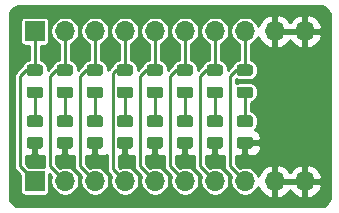
<source format=gbr>
G04 #@! TF.GenerationSoftware,KiCad,Pcbnew,(5.1.9-0-10_14)*
G04 #@! TF.CreationDate,2021-04-08T15:49:56-05:00*
G04 #@! TF.ProjectId,LED Helper,4c454420-4865-46c7-9065-722e6b696361,1*
G04 #@! TF.SameCoordinates,Original*
G04 #@! TF.FileFunction,Copper,L1,Top*
G04 #@! TF.FilePolarity,Positive*
%FSLAX46Y46*%
G04 Gerber Fmt 4.6, Leading zero omitted, Abs format (unit mm)*
G04 Created by KiCad (PCBNEW (5.1.9-0-10_14)) date 2021-04-08 15:49:56*
%MOMM*%
%LPD*%
G01*
G04 APERTURE LIST*
G04 #@! TA.AperFunction,ComponentPad*
%ADD10R,1.700000X1.700000*%
G04 #@! TD*
G04 #@! TA.AperFunction,ComponentPad*
%ADD11O,1.700000X1.700000*%
G04 #@! TD*
G04 #@! TA.AperFunction,ViaPad*
%ADD12C,0.800000*%
G04 #@! TD*
G04 #@! TA.AperFunction,Conductor*
%ADD13C,0.250000*%
G04 #@! TD*
G04 #@! TA.AperFunction,Conductor*
%ADD14C,0.254000*%
G04 #@! TD*
G04 #@! TA.AperFunction,Conductor*
%ADD15C,0.100000*%
G04 #@! TD*
G04 APERTURE END LIST*
G04 #@! TA.AperFunction,SMDPad,CuDef*
G36*
G01*
X124916250Y-84404500D02*
X124003750Y-84404500D01*
G75*
G02*
X123760000Y-84160750I0J243750D01*
G01*
X123760000Y-83673250D01*
G75*
G02*
X124003750Y-83429500I243750J0D01*
G01*
X124916250Y-83429500D01*
G75*
G02*
X125160000Y-83673250I0J-243750D01*
G01*
X125160000Y-84160750D01*
G75*
G02*
X124916250Y-84404500I-243750J0D01*
G01*
G37*
G04 #@! TD.AperFunction*
G04 #@! TA.AperFunction,SMDPad,CuDef*
G36*
G01*
X124916250Y-82529500D02*
X124003750Y-82529500D01*
G75*
G02*
X123760000Y-82285750I0J243750D01*
G01*
X123760000Y-81798250D01*
G75*
G02*
X124003750Y-81554500I243750J0D01*
G01*
X124916250Y-81554500D01*
G75*
G02*
X125160000Y-81798250I0J-243750D01*
G01*
X125160000Y-82285750D01*
G75*
G02*
X124916250Y-82529500I-243750J0D01*
G01*
G37*
G04 #@! TD.AperFunction*
G04 #@! TA.AperFunction,SMDPad,CuDef*
G36*
G01*
X127456250Y-82529500D02*
X126543750Y-82529500D01*
G75*
G02*
X126300000Y-82285750I0J243750D01*
G01*
X126300000Y-81798250D01*
G75*
G02*
X126543750Y-81554500I243750J0D01*
G01*
X127456250Y-81554500D01*
G75*
G02*
X127700000Y-81798250I0J-243750D01*
G01*
X127700000Y-82285750D01*
G75*
G02*
X127456250Y-82529500I-243750J0D01*
G01*
G37*
G04 #@! TD.AperFunction*
G04 #@! TA.AperFunction,SMDPad,CuDef*
G36*
G01*
X127456250Y-84404500D02*
X126543750Y-84404500D01*
G75*
G02*
X126300000Y-84160750I0J243750D01*
G01*
X126300000Y-83673250D01*
G75*
G02*
X126543750Y-83429500I243750J0D01*
G01*
X127456250Y-83429500D01*
G75*
G02*
X127700000Y-83673250I0J-243750D01*
G01*
X127700000Y-84160750D01*
G75*
G02*
X127456250Y-84404500I-243750J0D01*
G01*
G37*
G04 #@! TD.AperFunction*
G04 #@! TA.AperFunction,SMDPad,CuDef*
G36*
G01*
X129996250Y-84404500D02*
X129083750Y-84404500D01*
G75*
G02*
X128840000Y-84160750I0J243750D01*
G01*
X128840000Y-83673250D01*
G75*
G02*
X129083750Y-83429500I243750J0D01*
G01*
X129996250Y-83429500D01*
G75*
G02*
X130240000Y-83673250I0J-243750D01*
G01*
X130240000Y-84160750D01*
G75*
G02*
X129996250Y-84404500I-243750J0D01*
G01*
G37*
G04 #@! TD.AperFunction*
G04 #@! TA.AperFunction,SMDPad,CuDef*
G36*
G01*
X129996250Y-82529500D02*
X129083750Y-82529500D01*
G75*
G02*
X128840000Y-82285750I0J243750D01*
G01*
X128840000Y-81798250D01*
G75*
G02*
X129083750Y-81554500I243750J0D01*
G01*
X129996250Y-81554500D01*
G75*
G02*
X130240000Y-81798250I0J-243750D01*
G01*
X130240000Y-82285750D01*
G75*
G02*
X129996250Y-82529500I-243750J0D01*
G01*
G37*
G04 #@! TD.AperFunction*
G04 #@! TA.AperFunction,SMDPad,CuDef*
G36*
G01*
X132536250Y-82529500D02*
X131623750Y-82529500D01*
G75*
G02*
X131380000Y-82285750I0J243750D01*
G01*
X131380000Y-81798250D01*
G75*
G02*
X131623750Y-81554500I243750J0D01*
G01*
X132536250Y-81554500D01*
G75*
G02*
X132780000Y-81798250I0J-243750D01*
G01*
X132780000Y-82285750D01*
G75*
G02*
X132536250Y-82529500I-243750J0D01*
G01*
G37*
G04 #@! TD.AperFunction*
G04 #@! TA.AperFunction,SMDPad,CuDef*
G36*
G01*
X132536250Y-84404500D02*
X131623750Y-84404500D01*
G75*
G02*
X131380000Y-84160750I0J243750D01*
G01*
X131380000Y-83673250D01*
G75*
G02*
X131623750Y-83429500I243750J0D01*
G01*
X132536250Y-83429500D01*
G75*
G02*
X132780000Y-83673250I0J-243750D01*
G01*
X132780000Y-84160750D01*
G75*
G02*
X132536250Y-84404500I-243750J0D01*
G01*
G37*
G04 #@! TD.AperFunction*
G04 #@! TA.AperFunction,SMDPad,CuDef*
G36*
G01*
X135076250Y-84404500D02*
X134163750Y-84404500D01*
G75*
G02*
X133920000Y-84160750I0J243750D01*
G01*
X133920000Y-83673250D01*
G75*
G02*
X134163750Y-83429500I243750J0D01*
G01*
X135076250Y-83429500D01*
G75*
G02*
X135320000Y-83673250I0J-243750D01*
G01*
X135320000Y-84160750D01*
G75*
G02*
X135076250Y-84404500I-243750J0D01*
G01*
G37*
G04 #@! TD.AperFunction*
G04 #@! TA.AperFunction,SMDPad,CuDef*
G36*
G01*
X135076250Y-82529500D02*
X134163750Y-82529500D01*
G75*
G02*
X133920000Y-82285750I0J243750D01*
G01*
X133920000Y-81798250D01*
G75*
G02*
X134163750Y-81554500I243750J0D01*
G01*
X135076250Y-81554500D01*
G75*
G02*
X135320000Y-81798250I0J-243750D01*
G01*
X135320000Y-82285750D01*
G75*
G02*
X135076250Y-82529500I-243750J0D01*
G01*
G37*
G04 #@! TD.AperFunction*
G04 #@! TA.AperFunction,SMDPad,CuDef*
G36*
G01*
X137616250Y-82529500D02*
X136703750Y-82529500D01*
G75*
G02*
X136460000Y-82285750I0J243750D01*
G01*
X136460000Y-81798250D01*
G75*
G02*
X136703750Y-81554500I243750J0D01*
G01*
X137616250Y-81554500D01*
G75*
G02*
X137860000Y-81798250I0J-243750D01*
G01*
X137860000Y-82285750D01*
G75*
G02*
X137616250Y-82529500I-243750J0D01*
G01*
G37*
G04 #@! TD.AperFunction*
G04 #@! TA.AperFunction,SMDPad,CuDef*
G36*
G01*
X137616250Y-84404500D02*
X136703750Y-84404500D01*
G75*
G02*
X136460000Y-84160750I0J243750D01*
G01*
X136460000Y-83673250D01*
G75*
G02*
X136703750Y-83429500I243750J0D01*
G01*
X137616250Y-83429500D01*
G75*
G02*
X137860000Y-83673250I0J-243750D01*
G01*
X137860000Y-84160750D01*
G75*
G02*
X137616250Y-84404500I-243750J0D01*
G01*
G37*
G04 #@! TD.AperFunction*
G04 #@! TA.AperFunction,SMDPad,CuDef*
G36*
G01*
X140156250Y-84404500D02*
X139243750Y-84404500D01*
G75*
G02*
X139000000Y-84160750I0J243750D01*
G01*
X139000000Y-83673250D01*
G75*
G02*
X139243750Y-83429500I243750J0D01*
G01*
X140156250Y-83429500D01*
G75*
G02*
X140400000Y-83673250I0J-243750D01*
G01*
X140400000Y-84160750D01*
G75*
G02*
X140156250Y-84404500I-243750J0D01*
G01*
G37*
G04 #@! TD.AperFunction*
G04 #@! TA.AperFunction,SMDPad,CuDef*
G36*
G01*
X140156250Y-82529500D02*
X139243750Y-82529500D01*
G75*
G02*
X139000000Y-82285750I0J243750D01*
G01*
X139000000Y-81798250D01*
G75*
G02*
X139243750Y-81554500I243750J0D01*
G01*
X140156250Y-81554500D01*
G75*
G02*
X140400000Y-81798250I0J-243750D01*
G01*
X140400000Y-82285750D01*
G75*
G02*
X140156250Y-82529500I-243750J0D01*
G01*
G37*
G04 #@! TD.AperFunction*
G04 #@! TA.AperFunction,SMDPad,CuDef*
G36*
G01*
X142696250Y-82529500D02*
X141783750Y-82529500D01*
G75*
G02*
X141540000Y-82285750I0J243750D01*
G01*
X141540000Y-81798250D01*
G75*
G02*
X141783750Y-81554500I243750J0D01*
G01*
X142696250Y-81554500D01*
G75*
G02*
X142940000Y-81798250I0J-243750D01*
G01*
X142940000Y-82285750D01*
G75*
G02*
X142696250Y-82529500I-243750J0D01*
G01*
G37*
G04 #@! TD.AperFunction*
G04 #@! TA.AperFunction,SMDPad,CuDef*
G36*
G01*
X142696250Y-84404500D02*
X141783750Y-84404500D01*
G75*
G02*
X141540000Y-84160750I0J243750D01*
G01*
X141540000Y-83673250D01*
G75*
G02*
X141783750Y-83429500I243750J0D01*
G01*
X142696250Y-83429500D01*
G75*
G02*
X142940000Y-83673250I0J-243750D01*
G01*
X142940000Y-84160750D01*
G75*
G02*
X142696250Y-84404500I-243750J0D01*
G01*
G37*
G04 #@! TD.AperFunction*
D10*
X124460000Y-78740000D03*
D11*
X127000000Y-78740000D03*
X129540000Y-78740000D03*
X132080000Y-78740000D03*
X134620000Y-78740000D03*
X137160000Y-78740000D03*
X139700000Y-78740000D03*
X142240000Y-78740000D03*
X144780000Y-78740000D03*
X147320000Y-78740000D03*
X147320000Y-91440000D03*
X144780000Y-91440000D03*
X142240000Y-91440000D03*
X139700000Y-91440000D03*
X137160000Y-91440000D03*
X134620000Y-91440000D03*
X132080000Y-91440000D03*
X129540000Y-91440000D03*
X127000000Y-91440000D03*
D10*
X124460000Y-91440000D03*
G04 #@! TA.AperFunction,SMDPad,CuDef*
G36*
G01*
X124009999Y-85847500D02*
X124910001Y-85847500D01*
G75*
G02*
X125160000Y-86097499I0J-249999D01*
G01*
X125160000Y-86622501D01*
G75*
G02*
X124910001Y-86872500I-249999J0D01*
G01*
X124009999Y-86872500D01*
G75*
G02*
X123760000Y-86622501I0J249999D01*
G01*
X123760000Y-86097499D01*
G75*
G02*
X124009999Y-85847500I249999J0D01*
G01*
G37*
G04 #@! TD.AperFunction*
G04 #@! TA.AperFunction,SMDPad,CuDef*
G36*
G01*
X124009999Y-87672500D02*
X124910001Y-87672500D01*
G75*
G02*
X125160000Y-87922499I0J-249999D01*
G01*
X125160000Y-88447501D01*
G75*
G02*
X124910001Y-88697500I-249999J0D01*
G01*
X124009999Y-88697500D01*
G75*
G02*
X123760000Y-88447501I0J249999D01*
G01*
X123760000Y-87922499D01*
G75*
G02*
X124009999Y-87672500I249999J0D01*
G01*
G37*
G04 #@! TD.AperFunction*
G04 #@! TA.AperFunction,SMDPad,CuDef*
G36*
G01*
X126549999Y-87672500D02*
X127450001Y-87672500D01*
G75*
G02*
X127700000Y-87922499I0J-249999D01*
G01*
X127700000Y-88447501D01*
G75*
G02*
X127450001Y-88697500I-249999J0D01*
G01*
X126549999Y-88697500D01*
G75*
G02*
X126300000Y-88447501I0J249999D01*
G01*
X126300000Y-87922499D01*
G75*
G02*
X126549999Y-87672500I249999J0D01*
G01*
G37*
G04 #@! TD.AperFunction*
G04 #@! TA.AperFunction,SMDPad,CuDef*
G36*
G01*
X126549999Y-85847500D02*
X127450001Y-85847500D01*
G75*
G02*
X127700000Y-86097499I0J-249999D01*
G01*
X127700000Y-86622501D01*
G75*
G02*
X127450001Y-86872500I-249999J0D01*
G01*
X126549999Y-86872500D01*
G75*
G02*
X126300000Y-86622501I0J249999D01*
G01*
X126300000Y-86097499D01*
G75*
G02*
X126549999Y-85847500I249999J0D01*
G01*
G37*
G04 #@! TD.AperFunction*
G04 #@! TA.AperFunction,SMDPad,CuDef*
G36*
G01*
X129089999Y-85847500D02*
X129990001Y-85847500D01*
G75*
G02*
X130240000Y-86097499I0J-249999D01*
G01*
X130240000Y-86622501D01*
G75*
G02*
X129990001Y-86872500I-249999J0D01*
G01*
X129089999Y-86872500D01*
G75*
G02*
X128840000Y-86622501I0J249999D01*
G01*
X128840000Y-86097499D01*
G75*
G02*
X129089999Y-85847500I249999J0D01*
G01*
G37*
G04 #@! TD.AperFunction*
G04 #@! TA.AperFunction,SMDPad,CuDef*
G36*
G01*
X129089999Y-87672500D02*
X129990001Y-87672500D01*
G75*
G02*
X130240000Y-87922499I0J-249999D01*
G01*
X130240000Y-88447501D01*
G75*
G02*
X129990001Y-88697500I-249999J0D01*
G01*
X129089999Y-88697500D01*
G75*
G02*
X128840000Y-88447501I0J249999D01*
G01*
X128840000Y-87922499D01*
G75*
G02*
X129089999Y-87672500I249999J0D01*
G01*
G37*
G04 #@! TD.AperFunction*
G04 #@! TA.AperFunction,SMDPad,CuDef*
G36*
G01*
X131629999Y-87672500D02*
X132530001Y-87672500D01*
G75*
G02*
X132780000Y-87922499I0J-249999D01*
G01*
X132780000Y-88447501D01*
G75*
G02*
X132530001Y-88697500I-249999J0D01*
G01*
X131629999Y-88697500D01*
G75*
G02*
X131380000Y-88447501I0J249999D01*
G01*
X131380000Y-87922499D01*
G75*
G02*
X131629999Y-87672500I249999J0D01*
G01*
G37*
G04 #@! TD.AperFunction*
G04 #@! TA.AperFunction,SMDPad,CuDef*
G36*
G01*
X131629999Y-85847500D02*
X132530001Y-85847500D01*
G75*
G02*
X132780000Y-86097499I0J-249999D01*
G01*
X132780000Y-86622501D01*
G75*
G02*
X132530001Y-86872500I-249999J0D01*
G01*
X131629999Y-86872500D01*
G75*
G02*
X131380000Y-86622501I0J249999D01*
G01*
X131380000Y-86097499D01*
G75*
G02*
X131629999Y-85847500I249999J0D01*
G01*
G37*
G04 #@! TD.AperFunction*
G04 #@! TA.AperFunction,SMDPad,CuDef*
G36*
G01*
X134169999Y-85847500D02*
X135070001Y-85847500D01*
G75*
G02*
X135320000Y-86097499I0J-249999D01*
G01*
X135320000Y-86622501D01*
G75*
G02*
X135070001Y-86872500I-249999J0D01*
G01*
X134169999Y-86872500D01*
G75*
G02*
X133920000Y-86622501I0J249999D01*
G01*
X133920000Y-86097499D01*
G75*
G02*
X134169999Y-85847500I249999J0D01*
G01*
G37*
G04 #@! TD.AperFunction*
G04 #@! TA.AperFunction,SMDPad,CuDef*
G36*
G01*
X134169999Y-87672500D02*
X135070001Y-87672500D01*
G75*
G02*
X135320000Y-87922499I0J-249999D01*
G01*
X135320000Y-88447501D01*
G75*
G02*
X135070001Y-88697500I-249999J0D01*
G01*
X134169999Y-88697500D01*
G75*
G02*
X133920000Y-88447501I0J249999D01*
G01*
X133920000Y-87922499D01*
G75*
G02*
X134169999Y-87672500I249999J0D01*
G01*
G37*
G04 #@! TD.AperFunction*
G04 #@! TA.AperFunction,SMDPad,CuDef*
G36*
G01*
X136709999Y-87672500D02*
X137610001Y-87672500D01*
G75*
G02*
X137860000Y-87922499I0J-249999D01*
G01*
X137860000Y-88447501D01*
G75*
G02*
X137610001Y-88697500I-249999J0D01*
G01*
X136709999Y-88697500D01*
G75*
G02*
X136460000Y-88447501I0J249999D01*
G01*
X136460000Y-87922499D01*
G75*
G02*
X136709999Y-87672500I249999J0D01*
G01*
G37*
G04 #@! TD.AperFunction*
G04 #@! TA.AperFunction,SMDPad,CuDef*
G36*
G01*
X136709999Y-85847500D02*
X137610001Y-85847500D01*
G75*
G02*
X137860000Y-86097499I0J-249999D01*
G01*
X137860000Y-86622501D01*
G75*
G02*
X137610001Y-86872500I-249999J0D01*
G01*
X136709999Y-86872500D01*
G75*
G02*
X136460000Y-86622501I0J249999D01*
G01*
X136460000Y-86097499D01*
G75*
G02*
X136709999Y-85847500I249999J0D01*
G01*
G37*
G04 #@! TD.AperFunction*
G04 #@! TA.AperFunction,SMDPad,CuDef*
G36*
G01*
X139249999Y-85847500D02*
X140150001Y-85847500D01*
G75*
G02*
X140400000Y-86097499I0J-249999D01*
G01*
X140400000Y-86622501D01*
G75*
G02*
X140150001Y-86872500I-249999J0D01*
G01*
X139249999Y-86872500D01*
G75*
G02*
X139000000Y-86622501I0J249999D01*
G01*
X139000000Y-86097499D01*
G75*
G02*
X139249999Y-85847500I249999J0D01*
G01*
G37*
G04 #@! TD.AperFunction*
G04 #@! TA.AperFunction,SMDPad,CuDef*
G36*
G01*
X139249999Y-87672500D02*
X140150001Y-87672500D01*
G75*
G02*
X140400000Y-87922499I0J-249999D01*
G01*
X140400000Y-88447501D01*
G75*
G02*
X140150001Y-88697500I-249999J0D01*
G01*
X139249999Y-88697500D01*
G75*
G02*
X139000000Y-88447501I0J249999D01*
G01*
X139000000Y-87922499D01*
G75*
G02*
X139249999Y-87672500I249999J0D01*
G01*
G37*
G04 #@! TD.AperFunction*
G04 #@! TA.AperFunction,SMDPad,CuDef*
G36*
G01*
X141789999Y-87672500D02*
X142690001Y-87672500D01*
G75*
G02*
X142940000Y-87922499I0J-249999D01*
G01*
X142940000Y-88447501D01*
G75*
G02*
X142690001Y-88697500I-249999J0D01*
G01*
X141789999Y-88697500D01*
G75*
G02*
X141540000Y-88447501I0J249999D01*
G01*
X141540000Y-87922499D01*
G75*
G02*
X141789999Y-87672500I249999J0D01*
G01*
G37*
G04 #@! TD.AperFunction*
G04 #@! TA.AperFunction,SMDPad,CuDef*
G36*
G01*
X141789999Y-85847500D02*
X142690001Y-85847500D01*
G75*
G02*
X142940000Y-86097499I0J-249999D01*
G01*
X142940000Y-86622501D01*
G75*
G02*
X142690001Y-86872500I-249999J0D01*
G01*
X141789999Y-86872500D01*
G75*
G02*
X141540000Y-86622501I0J249999D01*
G01*
X141540000Y-86097499D01*
G75*
G02*
X141789999Y-85847500I249999J0D01*
G01*
G37*
G04 #@! TD.AperFunction*
D12*
X124460000Y-89408000D03*
X127000000Y-89408000D03*
X129540000Y-89408000D03*
X132080000Y-89408000D03*
X134620000Y-89408000D03*
X137160000Y-89408000D03*
X139700000Y-89408000D03*
X142240000Y-89408000D03*
D13*
X124460000Y-83917000D02*
X124460000Y-86360000D01*
X124460000Y-82042000D02*
X124460000Y-78740000D01*
X124460000Y-82042000D02*
X123698000Y-82042000D01*
X123698000Y-82042000D02*
X123190000Y-82550000D01*
X123190000Y-90170000D02*
X124460000Y-91440000D01*
X123190000Y-82550000D02*
X123190000Y-90170000D01*
X127000000Y-82042000D02*
X127000000Y-78740000D01*
X125730000Y-90170000D02*
X127000000Y-91440000D01*
X125730000Y-82550000D02*
X125730000Y-90170000D01*
X126238000Y-82042000D02*
X125730000Y-82550000D01*
X127000000Y-82042000D02*
X126238000Y-82042000D01*
X127000000Y-83917000D02*
X127000000Y-86360000D01*
X129540000Y-83917000D02*
X129540000Y-86360000D01*
X129540000Y-82042000D02*
X129540000Y-78740000D01*
X129540000Y-82042000D02*
X128778000Y-82042000D01*
X128778000Y-82042000D02*
X128270000Y-82550000D01*
X128270000Y-90170000D02*
X129540000Y-91440000D01*
X128270000Y-82550000D02*
X128270000Y-90170000D01*
X132080000Y-82042000D02*
X132080000Y-78740000D01*
X132080000Y-82042000D02*
X131318000Y-82042000D01*
X131054990Y-90414990D02*
X132080000Y-91440000D01*
X131054990Y-82305010D02*
X131054990Y-90414990D01*
X131318000Y-82042000D02*
X131054990Y-82305010D01*
X132080000Y-83917000D02*
X132080000Y-86360000D01*
X134620000Y-83917000D02*
X134620000Y-86360000D01*
X134620000Y-82042000D02*
X134620000Y-78740000D01*
X134620000Y-82042000D02*
X133858000Y-82042000D01*
X133858000Y-82042000D02*
X133350000Y-82550000D01*
X133350000Y-90170000D02*
X134620000Y-91440000D01*
X133350000Y-82550000D02*
X133350000Y-90170000D01*
X137160000Y-82042000D02*
X137160000Y-78740000D01*
X137160000Y-82042000D02*
X136398000Y-82042000D01*
X136398000Y-82042000D02*
X135890000Y-82550000D01*
X135890000Y-90170000D02*
X137160000Y-91440000D01*
X135890000Y-82550000D02*
X135890000Y-90170000D01*
X137160000Y-83917000D02*
X137160000Y-86360000D01*
X139700000Y-83917000D02*
X139700000Y-86360000D01*
X139700000Y-82042000D02*
X139700000Y-78740000D01*
X139700000Y-82042000D02*
X138938000Y-82042000D01*
X138938000Y-82042000D02*
X138430000Y-82550000D01*
X138430000Y-90170000D02*
X139700000Y-91440000D01*
X138430000Y-82550000D02*
X138430000Y-90170000D01*
X142240000Y-82042000D02*
X142240000Y-78740000D01*
X140970000Y-82550000D02*
X140970000Y-90170000D01*
X140970000Y-90170000D02*
X142240000Y-91440000D01*
X141478000Y-82042000D02*
X140970000Y-82550000D01*
X142240000Y-82042000D02*
X141478000Y-82042000D01*
X142240000Y-83917000D02*
X142240000Y-86360000D01*
D14*
X148757441Y-76624364D02*
X148918501Y-76672992D01*
X149067054Y-76751979D01*
X149197430Y-76858310D01*
X149304674Y-76987946D01*
X149384695Y-77135942D01*
X149434446Y-77296661D01*
X149454001Y-77482716D01*
X149454000Y-92690146D01*
X149435636Y-92877441D01*
X149387008Y-93038503D01*
X149308023Y-93187051D01*
X149201689Y-93317430D01*
X149072054Y-93424674D01*
X148924058Y-93504695D01*
X148763339Y-93554446D01*
X148577293Y-93574000D01*
X123209854Y-93574000D01*
X123022559Y-93555636D01*
X122861497Y-93507008D01*
X122712949Y-93428023D01*
X122582570Y-93321689D01*
X122475326Y-93192054D01*
X122395305Y-93044058D01*
X122345554Y-92883339D01*
X122326000Y-92697293D01*
X122326000Y-82550000D01*
X122681553Y-82550000D01*
X122684000Y-82574846D01*
X122684001Y-90145144D01*
X122681553Y-90170000D01*
X122691322Y-90269192D01*
X122720255Y-90364574D01*
X122720256Y-90364575D01*
X122767242Y-90452479D01*
X122830474Y-90529527D01*
X122849780Y-90545371D01*
X123227157Y-90922748D01*
X123227157Y-92290000D01*
X123234513Y-92364689D01*
X123256299Y-92436508D01*
X123291678Y-92502696D01*
X123339289Y-92560711D01*
X123397304Y-92608322D01*
X123463492Y-92643701D01*
X123535311Y-92665487D01*
X123610000Y-92672843D01*
X125310000Y-92672843D01*
X125384689Y-92665487D01*
X125456508Y-92643701D01*
X125522696Y-92608322D01*
X125580711Y-92560711D01*
X125628322Y-92502696D01*
X125663701Y-92436508D01*
X125685487Y-92364689D01*
X125692843Y-92290000D01*
X125692843Y-90848434D01*
X125848242Y-91003833D01*
X125816307Y-91080931D01*
X125769000Y-91318757D01*
X125769000Y-91561243D01*
X125816307Y-91799069D01*
X125909102Y-92023097D01*
X126043820Y-92224717D01*
X126215283Y-92396180D01*
X126416903Y-92530898D01*
X126640931Y-92623693D01*
X126878757Y-92671000D01*
X127121243Y-92671000D01*
X127359069Y-92623693D01*
X127583097Y-92530898D01*
X127784717Y-92396180D01*
X127956180Y-92224717D01*
X128090898Y-92023097D01*
X128183693Y-91799069D01*
X128231000Y-91561243D01*
X128231000Y-91318757D01*
X128183693Y-91080931D01*
X128090898Y-90856903D01*
X127956180Y-90655283D01*
X127784717Y-90483820D01*
X127583097Y-90349102D01*
X127359069Y-90256307D01*
X127121243Y-90209000D01*
X126878757Y-90209000D01*
X126640931Y-90256307D01*
X126563833Y-90288242D01*
X126236000Y-89960409D01*
X126236000Y-89329269D01*
X126300000Y-89335572D01*
X126714250Y-89332500D01*
X126873000Y-89173750D01*
X126873000Y-88312000D01*
X126853000Y-88312000D01*
X126853000Y-88058000D01*
X126873000Y-88058000D01*
X126873000Y-88038000D01*
X127127000Y-88038000D01*
X127127000Y-88058000D01*
X127147000Y-88058000D01*
X127147000Y-88312000D01*
X127127000Y-88312000D01*
X127127000Y-89173750D01*
X127285750Y-89332500D01*
X127700000Y-89335572D01*
X127764001Y-89329269D01*
X127764001Y-90145144D01*
X127761553Y-90170000D01*
X127771322Y-90269192D01*
X127800255Y-90364574D01*
X127800256Y-90364575D01*
X127847242Y-90452479D01*
X127910474Y-90529527D01*
X127929780Y-90545371D01*
X128388242Y-91003833D01*
X128356307Y-91080931D01*
X128309000Y-91318757D01*
X128309000Y-91561243D01*
X128356307Y-91799069D01*
X128449102Y-92023097D01*
X128583820Y-92224717D01*
X128755283Y-92396180D01*
X128956903Y-92530898D01*
X129180931Y-92623693D01*
X129418757Y-92671000D01*
X129661243Y-92671000D01*
X129899069Y-92623693D01*
X130123097Y-92530898D01*
X130324717Y-92396180D01*
X130496180Y-92224717D01*
X130630898Y-92023097D01*
X130723693Y-91799069D01*
X130771000Y-91561243D01*
X130771000Y-91318757D01*
X130723693Y-91080931D01*
X130630898Y-90856903D01*
X130496180Y-90655283D01*
X130324717Y-90483820D01*
X130123097Y-90349102D01*
X129899069Y-90256307D01*
X129661243Y-90209000D01*
X129418757Y-90209000D01*
X129180931Y-90256307D01*
X129103833Y-90288242D01*
X128776000Y-89960409D01*
X128776000Y-89329269D01*
X128840000Y-89335572D01*
X129254250Y-89332500D01*
X129413000Y-89173750D01*
X129413000Y-88312000D01*
X129393000Y-88312000D01*
X129393000Y-88058000D01*
X129413000Y-88058000D01*
X129413000Y-88038000D01*
X129667000Y-88038000D01*
X129667000Y-88058000D01*
X129687000Y-88058000D01*
X129687000Y-88312000D01*
X129667000Y-88312000D01*
X129667000Y-89173750D01*
X129825750Y-89332500D01*
X130240000Y-89335572D01*
X130364482Y-89323312D01*
X130484180Y-89287002D01*
X130548991Y-89252359D01*
X130548991Y-90390134D01*
X130546543Y-90414990D01*
X130556312Y-90514182D01*
X130585245Y-90609564D01*
X130585246Y-90609565D01*
X130632232Y-90697469D01*
X130695464Y-90774517D01*
X130714770Y-90790361D01*
X130928242Y-91003833D01*
X130896307Y-91080931D01*
X130849000Y-91318757D01*
X130849000Y-91561243D01*
X130896307Y-91799069D01*
X130989102Y-92023097D01*
X131123820Y-92224717D01*
X131295283Y-92396180D01*
X131496903Y-92530898D01*
X131720931Y-92623693D01*
X131958757Y-92671000D01*
X132201243Y-92671000D01*
X132439069Y-92623693D01*
X132663097Y-92530898D01*
X132864717Y-92396180D01*
X133036180Y-92224717D01*
X133170898Y-92023097D01*
X133263693Y-91799069D01*
X133311000Y-91561243D01*
X133311000Y-91318757D01*
X133263693Y-91080931D01*
X133170898Y-90856903D01*
X133036180Y-90655283D01*
X132864717Y-90483820D01*
X132663097Y-90349102D01*
X132439069Y-90256307D01*
X132201243Y-90209000D01*
X131958757Y-90209000D01*
X131720931Y-90256307D01*
X131643833Y-90288242D01*
X131560990Y-90205399D01*
X131560990Y-89334230D01*
X131794250Y-89332500D01*
X131953000Y-89173750D01*
X131953000Y-88312000D01*
X131933000Y-88312000D01*
X131933000Y-88058000D01*
X131953000Y-88058000D01*
X131953000Y-88038000D01*
X132207000Y-88038000D01*
X132207000Y-88058000D01*
X132227000Y-88058000D01*
X132227000Y-88312000D01*
X132207000Y-88312000D01*
X132207000Y-89173750D01*
X132365750Y-89332500D01*
X132780000Y-89335572D01*
X132844001Y-89329269D01*
X132844001Y-90145144D01*
X132841553Y-90170000D01*
X132851322Y-90269192D01*
X132880255Y-90364574D01*
X132880256Y-90364575D01*
X132927242Y-90452479D01*
X132990474Y-90529527D01*
X133009780Y-90545371D01*
X133468242Y-91003833D01*
X133436307Y-91080931D01*
X133389000Y-91318757D01*
X133389000Y-91561243D01*
X133436307Y-91799069D01*
X133529102Y-92023097D01*
X133663820Y-92224717D01*
X133835283Y-92396180D01*
X134036903Y-92530898D01*
X134260931Y-92623693D01*
X134498757Y-92671000D01*
X134741243Y-92671000D01*
X134979069Y-92623693D01*
X135203097Y-92530898D01*
X135404717Y-92396180D01*
X135576180Y-92224717D01*
X135710898Y-92023097D01*
X135803693Y-91799069D01*
X135851000Y-91561243D01*
X135851000Y-91318757D01*
X135803693Y-91080931D01*
X135710898Y-90856903D01*
X135576180Y-90655283D01*
X135404717Y-90483820D01*
X135203097Y-90349102D01*
X134979069Y-90256307D01*
X134741243Y-90209000D01*
X134498757Y-90209000D01*
X134260931Y-90256307D01*
X134183833Y-90288242D01*
X133856000Y-89960409D01*
X133856000Y-89329269D01*
X133920000Y-89335572D01*
X134334250Y-89332500D01*
X134493000Y-89173750D01*
X134493000Y-88312000D01*
X134473000Y-88312000D01*
X134473000Y-88058000D01*
X134493000Y-88058000D01*
X134493000Y-88038000D01*
X134747000Y-88038000D01*
X134747000Y-88058000D01*
X134767000Y-88058000D01*
X134767000Y-88312000D01*
X134747000Y-88312000D01*
X134747000Y-89173750D01*
X134905750Y-89332500D01*
X135320000Y-89335572D01*
X135384001Y-89329269D01*
X135384001Y-90145144D01*
X135381553Y-90170000D01*
X135391322Y-90269192D01*
X135420255Y-90364574D01*
X135420256Y-90364575D01*
X135467242Y-90452479D01*
X135530474Y-90529527D01*
X135549780Y-90545371D01*
X136008242Y-91003833D01*
X135976307Y-91080931D01*
X135929000Y-91318757D01*
X135929000Y-91561243D01*
X135976307Y-91799069D01*
X136069102Y-92023097D01*
X136203820Y-92224717D01*
X136375283Y-92396180D01*
X136576903Y-92530898D01*
X136800931Y-92623693D01*
X137038757Y-92671000D01*
X137281243Y-92671000D01*
X137519069Y-92623693D01*
X137743097Y-92530898D01*
X137944717Y-92396180D01*
X138116180Y-92224717D01*
X138250898Y-92023097D01*
X138343693Y-91799069D01*
X138391000Y-91561243D01*
X138391000Y-91318757D01*
X138343693Y-91080931D01*
X138250898Y-90856903D01*
X138116180Y-90655283D01*
X137944717Y-90483820D01*
X137743097Y-90349102D01*
X137519069Y-90256307D01*
X137281243Y-90209000D01*
X137038757Y-90209000D01*
X136800931Y-90256307D01*
X136723833Y-90288242D01*
X136396000Y-89960409D01*
X136396000Y-89329269D01*
X136460000Y-89335572D01*
X136874250Y-89332500D01*
X137033000Y-89173750D01*
X137033000Y-88312000D01*
X137013000Y-88312000D01*
X137013000Y-88058000D01*
X137033000Y-88058000D01*
X137033000Y-88038000D01*
X137287000Y-88038000D01*
X137287000Y-88058000D01*
X137307000Y-88058000D01*
X137307000Y-88312000D01*
X137287000Y-88312000D01*
X137287000Y-89173750D01*
X137445750Y-89332500D01*
X137860000Y-89335572D01*
X137924001Y-89329269D01*
X137924001Y-90145144D01*
X137921553Y-90170000D01*
X137931322Y-90269192D01*
X137960255Y-90364574D01*
X137960256Y-90364575D01*
X138007242Y-90452479D01*
X138070474Y-90529527D01*
X138089780Y-90545371D01*
X138548242Y-91003833D01*
X138516307Y-91080931D01*
X138469000Y-91318757D01*
X138469000Y-91561243D01*
X138516307Y-91799069D01*
X138609102Y-92023097D01*
X138743820Y-92224717D01*
X138915283Y-92396180D01*
X139116903Y-92530898D01*
X139340931Y-92623693D01*
X139578757Y-92671000D01*
X139821243Y-92671000D01*
X140059069Y-92623693D01*
X140283097Y-92530898D01*
X140484717Y-92396180D01*
X140656180Y-92224717D01*
X140790898Y-92023097D01*
X140883693Y-91799069D01*
X140931000Y-91561243D01*
X140931000Y-91318757D01*
X140883693Y-91080931D01*
X140790898Y-90856903D01*
X140656180Y-90655283D01*
X140484717Y-90483820D01*
X140283097Y-90349102D01*
X140059069Y-90256307D01*
X139821243Y-90209000D01*
X139578757Y-90209000D01*
X139340931Y-90256307D01*
X139263833Y-90288242D01*
X138936000Y-89960409D01*
X138936000Y-89329269D01*
X139000000Y-89335572D01*
X139414250Y-89332500D01*
X139573000Y-89173750D01*
X139573000Y-88312000D01*
X139553000Y-88312000D01*
X139553000Y-88058000D01*
X139573000Y-88058000D01*
X139573000Y-88038000D01*
X139827000Y-88038000D01*
X139827000Y-88058000D01*
X139847000Y-88058000D01*
X139847000Y-88312000D01*
X139827000Y-88312000D01*
X139827000Y-89173750D01*
X139985750Y-89332500D01*
X140400000Y-89335572D01*
X140464001Y-89329269D01*
X140464001Y-90145144D01*
X140461553Y-90170000D01*
X140471322Y-90269192D01*
X140500255Y-90364574D01*
X140500256Y-90364575D01*
X140547242Y-90452479D01*
X140610474Y-90529527D01*
X140629780Y-90545371D01*
X141088242Y-91003833D01*
X141056307Y-91080931D01*
X141009000Y-91318757D01*
X141009000Y-91561243D01*
X141056307Y-91799069D01*
X141149102Y-92023097D01*
X141283820Y-92224717D01*
X141455283Y-92396180D01*
X141656903Y-92530898D01*
X141880931Y-92623693D01*
X142118757Y-92671000D01*
X142361243Y-92671000D01*
X142599069Y-92623693D01*
X142823097Y-92530898D01*
X143024717Y-92396180D01*
X143196180Y-92224717D01*
X143330898Y-92023097D01*
X143378228Y-91908832D01*
X143435843Y-92071252D01*
X143584822Y-92321355D01*
X143779731Y-92537588D01*
X144013080Y-92711641D01*
X144275901Y-92836825D01*
X144423110Y-92881476D01*
X144653000Y-92760155D01*
X144653000Y-91567000D01*
X144907000Y-91567000D01*
X144907000Y-92760155D01*
X145136890Y-92881476D01*
X145284099Y-92836825D01*
X145546920Y-92711641D01*
X145780269Y-92537588D01*
X145975178Y-92321355D01*
X146050000Y-92195745D01*
X146124822Y-92321355D01*
X146319731Y-92537588D01*
X146553080Y-92711641D01*
X146815901Y-92836825D01*
X146963110Y-92881476D01*
X147193000Y-92760155D01*
X147193000Y-91567000D01*
X147447000Y-91567000D01*
X147447000Y-92760155D01*
X147676890Y-92881476D01*
X147824099Y-92836825D01*
X148086920Y-92711641D01*
X148320269Y-92537588D01*
X148515178Y-92321355D01*
X148664157Y-92071252D01*
X148761481Y-91796891D01*
X148640814Y-91567000D01*
X147447000Y-91567000D01*
X147193000Y-91567000D01*
X144907000Y-91567000D01*
X144653000Y-91567000D01*
X144633000Y-91567000D01*
X144633000Y-91313000D01*
X144653000Y-91313000D01*
X144653000Y-90119845D01*
X144907000Y-90119845D01*
X144907000Y-91313000D01*
X147193000Y-91313000D01*
X147193000Y-90119845D01*
X147447000Y-90119845D01*
X147447000Y-91313000D01*
X148640814Y-91313000D01*
X148761481Y-91083109D01*
X148664157Y-90808748D01*
X148515178Y-90558645D01*
X148320269Y-90342412D01*
X148086920Y-90168359D01*
X147824099Y-90043175D01*
X147676890Y-89998524D01*
X147447000Y-90119845D01*
X147193000Y-90119845D01*
X146963110Y-89998524D01*
X146815901Y-90043175D01*
X146553080Y-90168359D01*
X146319731Y-90342412D01*
X146124822Y-90558645D01*
X146050000Y-90684255D01*
X145975178Y-90558645D01*
X145780269Y-90342412D01*
X145546920Y-90168359D01*
X145284099Y-90043175D01*
X145136890Y-89998524D01*
X144907000Y-90119845D01*
X144653000Y-90119845D01*
X144423110Y-89998524D01*
X144275901Y-90043175D01*
X144013080Y-90168359D01*
X143779731Y-90342412D01*
X143584822Y-90558645D01*
X143435843Y-90808748D01*
X143378228Y-90971168D01*
X143330898Y-90856903D01*
X143196180Y-90655283D01*
X143024717Y-90483820D01*
X142823097Y-90349102D01*
X142599069Y-90256307D01*
X142361243Y-90209000D01*
X142118757Y-90209000D01*
X141880931Y-90256307D01*
X141803833Y-90288242D01*
X141476000Y-89960409D01*
X141476000Y-89329269D01*
X141540000Y-89335572D01*
X141954250Y-89332500D01*
X142113000Y-89173750D01*
X142113000Y-88312000D01*
X142367000Y-88312000D01*
X142367000Y-89173750D01*
X142525750Y-89332500D01*
X142940000Y-89335572D01*
X143064482Y-89323312D01*
X143184180Y-89287002D01*
X143294494Y-89228037D01*
X143391185Y-89148685D01*
X143470537Y-89051994D01*
X143529502Y-88941680D01*
X143565812Y-88821982D01*
X143578072Y-88697500D01*
X143575000Y-88470750D01*
X143416250Y-88312000D01*
X142367000Y-88312000D01*
X142113000Y-88312000D01*
X142093000Y-88312000D01*
X142093000Y-88058000D01*
X142113000Y-88058000D01*
X142113000Y-88038000D01*
X142367000Y-88038000D01*
X142367000Y-88058000D01*
X143416250Y-88058000D01*
X143575000Y-87899250D01*
X143578072Y-87672500D01*
X143565812Y-87548018D01*
X143529502Y-87428320D01*
X143470537Y-87318006D01*
X143391185Y-87221315D01*
X143294494Y-87141963D01*
X143184180Y-87082998D01*
X143138246Y-87069064D01*
X143216190Y-86974089D01*
X143274671Y-86864679D01*
X143310683Y-86745962D01*
X143322843Y-86622501D01*
X143322843Y-86097499D01*
X143310683Y-85974038D01*
X143274671Y-85855321D01*
X143216190Y-85745911D01*
X143137488Y-85650012D01*
X143041589Y-85571310D01*
X142932179Y-85512829D01*
X142813462Y-85476817D01*
X142746000Y-85470172D01*
X142746000Y-84782443D01*
X142818492Y-84775303D01*
X142936037Y-84739646D01*
X143044366Y-84681743D01*
X143139318Y-84603818D01*
X143217243Y-84508866D01*
X143275146Y-84400537D01*
X143310803Y-84282992D01*
X143322843Y-84160750D01*
X143322843Y-83673250D01*
X143310803Y-83551008D01*
X143275146Y-83433463D01*
X143217243Y-83325134D01*
X143139318Y-83230182D01*
X143044366Y-83152257D01*
X142936037Y-83094354D01*
X142818492Y-83058697D01*
X142696250Y-83046657D01*
X141783750Y-83046657D01*
X141661508Y-83058697D01*
X141543963Y-83094354D01*
X141476000Y-83130681D01*
X141476000Y-82828319D01*
X141543963Y-82864646D01*
X141661508Y-82900303D01*
X141783750Y-82912343D01*
X142696250Y-82912343D01*
X142818492Y-82900303D01*
X142936037Y-82864646D01*
X143044366Y-82806743D01*
X143139318Y-82728818D01*
X143217243Y-82633866D01*
X143275146Y-82525537D01*
X143310803Y-82407992D01*
X143322843Y-82285750D01*
X143322843Y-81798250D01*
X143310803Y-81676008D01*
X143275146Y-81558463D01*
X143217243Y-81450134D01*
X143139318Y-81355182D01*
X143044366Y-81277257D01*
X142936037Y-81219354D01*
X142818492Y-81183697D01*
X142746000Y-81176557D01*
X142746000Y-79862832D01*
X142823097Y-79830898D01*
X143024717Y-79696180D01*
X143196180Y-79524717D01*
X143330898Y-79323097D01*
X143378228Y-79208832D01*
X143435843Y-79371252D01*
X143584822Y-79621355D01*
X143779731Y-79837588D01*
X144013080Y-80011641D01*
X144275901Y-80136825D01*
X144423110Y-80181476D01*
X144653000Y-80060155D01*
X144653000Y-78867000D01*
X144907000Y-78867000D01*
X144907000Y-80060155D01*
X145136890Y-80181476D01*
X145284099Y-80136825D01*
X145546920Y-80011641D01*
X145780269Y-79837588D01*
X145975178Y-79621355D01*
X146050000Y-79495745D01*
X146124822Y-79621355D01*
X146319731Y-79837588D01*
X146553080Y-80011641D01*
X146815901Y-80136825D01*
X146963110Y-80181476D01*
X147193000Y-80060155D01*
X147193000Y-78867000D01*
X147447000Y-78867000D01*
X147447000Y-80060155D01*
X147676890Y-80181476D01*
X147824099Y-80136825D01*
X148086920Y-80011641D01*
X148320269Y-79837588D01*
X148515178Y-79621355D01*
X148664157Y-79371252D01*
X148761481Y-79096891D01*
X148640814Y-78867000D01*
X147447000Y-78867000D01*
X147193000Y-78867000D01*
X144907000Y-78867000D01*
X144653000Y-78867000D01*
X144633000Y-78867000D01*
X144633000Y-78613000D01*
X144653000Y-78613000D01*
X144653000Y-77419845D01*
X144907000Y-77419845D01*
X144907000Y-78613000D01*
X147193000Y-78613000D01*
X147193000Y-77419845D01*
X147447000Y-77419845D01*
X147447000Y-78613000D01*
X148640814Y-78613000D01*
X148761481Y-78383109D01*
X148664157Y-78108748D01*
X148515178Y-77858645D01*
X148320269Y-77642412D01*
X148086920Y-77468359D01*
X147824099Y-77343175D01*
X147676890Y-77298524D01*
X147447000Y-77419845D01*
X147193000Y-77419845D01*
X146963110Y-77298524D01*
X146815901Y-77343175D01*
X146553080Y-77468359D01*
X146319731Y-77642412D01*
X146124822Y-77858645D01*
X146050000Y-77984255D01*
X145975178Y-77858645D01*
X145780269Y-77642412D01*
X145546920Y-77468359D01*
X145284099Y-77343175D01*
X145136890Y-77298524D01*
X144907000Y-77419845D01*
X144653000Y-77419845D01*
X144423110Y-77298524D01*
X144275901Y-77343175D01*
X144013080Y-77468359D01*
X143779731Y-77642412D01*
X143584822Y-77858645D01*
X143435843Y-78108748D01*
X143378228Y-78271168D01*
X143330898Y-78156903D01*
X143196180Y-77955283D01*
X143024717Y-77783820D01*
X142823097Y-77649102D01*
X142599069Y-77556307D01*
X142361243Y-77509000D01*
X142118757Y-77509000D01*
X141880931Y-77556307D01*
X141656903Y-77649102D01*
X141455283Y-77783820D01*
X141283820Y-77955283D01*
X141149102Y-78156903D01*
X141056307Y-78380931D01*
X141009000Y-78618757D01*
X141009000Y-78861243D01*
X141056307Y-79099069D01*
X141149102Y-79323097D01*
X141283820Y-79524717D01*
X141455283Y-79696180D01*
X141656903Y-79830898D01*
X141734001Y-79862833D01*
X141734000Y-81176557D01*
X141661508Y-81183697D01*
X141543963Y-81219354D01*
X141435634Y-81277257D01*
X141340682Y-81355182D01*
X141262757Y-81450134D01*
X141204854Y-81558463D01*
X141183399Y-81629189D01*
X141118473Y-81682473D01*
X141102628Y-81701780D01*
X140782843Y-82021566D01*
X140782843Y-81798250D01*
X140770803Y-81676008D01*
X140735146Y-81558463D01*
X140677243Y-81450134D01*
X140599318Y-81355182D01*
X140504366Y-81277257D01*
X140396037Y-81219354D01*
X140278492Y-81183697D01*
X140206000Y-81176557D01*
X140206000Y-79862832D01*
X140283097Y-79830898D01*
X140484717Y-79696180D01*
X140656180Y-79524717D01*
X140790898Y-79323097D01*
X140883693Y-79099069D01*
X140931000Y-78861243D01*
X140931000Y-78618757D01*
X140883693Y-78380931D01*
X140790898Y-78156903D01*
X140656180Y-77955283D01*
X140484717Y-77783820D01*
X140283097Y-77649102D01*
X140059069Y-77556307D01*
X139821243Y-77509000D01*
X139578757Y-77509000D01*
X139340931Y-77556307D01*
X139116903Y-77649102D01*
X138915283Y-77783820D01*
X138743820Y-77955283D01*
X138609102Y-78156903D01*
X138516307Y-78380931D01*
X138469000Y-78618757D01*
X138469000Y-78861243D01*
X138516307Y-79099069D01*
X138609102Y-79323097D01*
X138743820Y-79524717D01*
X138915283Y-79696180D01*
X139116903Y-79830898D01*
X139194001Y-79862833D01*
X139194000Y-81176557D01*
X139121508Y-81183697D01*
X139003963Y-81219354D01*
X138895634Y-81277257D01*
X138800682Y-81355182D01*
X138722757Y-81450134D01*
X138664854Y-81558463D01*
X138643399Y-81629189D01*
X138578473Y-81682473D01*
X138562628Y-81701780D01*
X138242843Y-82021566D01*
X138242843Y-81798250D01*
X138230803Y-81676008D01*
X138195146Y-81558463D01*
X138137243Y-81450134D01*
X138059318Y-81355182D01*
X137964366Y-81277257D01*
X137856037Y-81219354D01*
X137738492Y-81183697D01*
X137666000Y-81176557D01*
X137666000Y-79862832D01*
X137743097Y-79830898D01*
X137944717Y-79696180D01*
X138116180Y-79524717D01*
X138250898Y-79323097D01*
X138343693Y-79099069D01*
X138391000Y-78861243D01*
X138391000Y-78618757D01*
X138343693Y-78380931D01*
X138250898Y-78156903D01*
X138116180Y-77955283D01*
X137944717Y-77783820D01*
X137743097Y-77649102D01*
X137519069Y-77556307D01*
X137281243Y-77509000D01*
X137038757Y-77509000D01*
X136800931Y-77556307D01*
X136576903Y-77649102D01*
X136375283Y-77783820D01*
X136203820Y-77955283D01*
X136069102Y-78156903D01*
X135976307Y-78380931D01*
X135929000Y-78618757D01*
X135929000Y-78861243D01*
X135976307Y-79099069D01*
X136069102Y-79323097D01*
X136203820Y-79524717D01*
X136375283Y-79696180D01*
X136576903Y-79830898D01*
X136654001Y-79862833D01*
X136654000Y-81176557D01*
X136581508Y-81183697D01*
X136463963Y-81219354D01*
X136355634Y-81277257D01*
X136260682Y-81355182D01*
X136182757Y-81450134D01*
X136124854Y-81558463D01*
X136103399Y-81629189D01*
X136038473Y-81682473D01*
X136022628Y-81701780D01*
X135702843Y-82021566D01*
X135702843Y-81798250D01*
X135690803Y-81676008D01*
X135655146Y-81558463D01*
X135597243Y-81450134D01*
X135519318Y-81355182D01*
X135424366Y-81277257D01*
X135316037Y-81219354D01*
X135198492Y-81183697D01*
X135126000Y-81176557D01*
X135126000Y-79862832D01*
X135203097Y-79830898D01*
X135404717Y-79696180D01*
X135576180Y-79524717D01*
X135710898Y-79323097D01*
X135803693Y-79099069D01*
X135851000Y-78861243D01*
X135851000Y-78618757D01*
X135803693Y-78380931D01*
X135710898Y-78156903D01*
X135576180Y-77955283D01*
X135404717Y-77783820D01*
X135203097Y-77649102D01*
X134979069Y-77556307D01*
X134741243Y-77509000D01*
X134498757Y-77509000D01*
X134260931Y-77556307D01*
X134036903Y-77649102D01*
X133835283Y-77783820D01*
X133663820Y-77955283D01*
X133529102Y-78156903D01*
X133436307Y-78380931D01*
X133389000Y-78618757D01*
X133389000Y-78861243D01*
X133436307Y-79099069D01*
X133529102Y-79323097D01*
X133663820Y-79524717D01*
X133835283Y-79696180D01*
X134036903Y-79830898D01*
X134114001Y-79862833D01*
X134114000Y-81176557D01*
X134041508Y-81183697D01*
X133923963Y-81219354D01*
X133815634Y-81277257D01*
X133720682Y-81355182D01*
X133642757Y-81450134D01*
X133584854Y-81558463D01*
X133563399Y-81629189D01*
X133498473Y-81682473D01*
X133482628Y-81701780D01*
X133162843Y-82021566D01*
X133162843Y-81798250D01*
X133150803Y-81676008D01*
X133115146Y-81558463D01*
X133057243Y-81450134D01*
X132979318Y-81355182D01*
X132884366Y-81277257D01*
X132776037Y-81219354D01*
X132658492Y-81183697D01*
X132586000Y-81176557D01*
X132586000Y-79862832D01*
X132663097Y-79830898D01*
X132864717Y-79696180D01*
X133036180Y-79524717D01*
X133170898Y-79323097D01*
X133263693Y-79099069D01*
X133311000Y-78861243D01*
X133311000Y-78618757D01*
X133263693Y-78380931D01*
X133170898Y-78156903D01*
X133036180Y-77955283D01*
X132864717Y-77783820D01*
X132663097Y-77649102D01*
X132439069Y-77556307D01*
X132201243Y-77509000D01*
X131958757Y-77509000D01*
X131720931Y-77556307D01*
X131496903Y-77649102D01*
X131295283Y-77783820D01*
X131123820Y-77955283D01*
X130989102Y-78156903D01*
X130896307Y-78380931D01*
X130849000Y-78618757D01*
X130849000Y-78861243D01*
X130896307Y-79099069D01*
X130989102Y-79323097D01*
X131123820Y-79524717D01*
X131295283Y-79696180D01*
X131496903Y-79830898D01*
X131574001Y-79862833D01*
X131574000Y-81176557D01*
X131501508Y-81183697D01*
X131383963Y-81219354D01*
X131275634Y-81277257D01*
X131180682Y-81355182D01*
X131102757Y-81450134D01*
X131044854Y-81558463D01*
X131023399Y-81629189D01*
X130958473Y-81682473D01*
X130942624Y-81701785D01*
X130714775Y-81929634D01*
X130695463Y-81945483D01*
X130632231Y-82022531D01*
X130622843Y-82040095D01*
X130622843Y-81798250D01*
X130610803Y-81676008D01*
X130575146Y-81558463D01*
X130517243Y-81450134D01*
X130439318Y-81355182D01*
X130344366Y-81277257D01*
X130236037Y-81219354D01*
X130118492Y-81183697D01*
X130046000Y-81176557D01*
X130046000Y-79862832D01*
X130123097Y-79830898D01*
X130324717Y-79696180D01*
X130496180Y-79524717D01*
X130630898Y-79323097D01*
X130723693Y-79099069D01*
X130771000Y-78861243D01*
X130771000Y-78618757D01*
X130723693Y-78380931D01*
X130630898Y-78156903D01*
X130496180Y-77955283D01*
X130324717Y-77783820D01*
X130123097Y-77649102D01*
X129899069Y-77556307D01*
X129661243Y-77509000D01*
X129418757Y-77509000D01*
X129180931Y-77556307D01*
X128956903Y-77649102D01*
X128755283Y-77783820D01*
X128583820Y-77955283D01*
X128449102Y-78156903D01*
X128356307Y-78380931D01*
X128309000Y-78618757D01*
X128309000Y-78861243D01*
X128356307Y-79099069D01*
X128449102Y-79323097D01*
X128583820Y-79524717D01*
X128755283Y-79696180D01*
X128956903Y-79830898D01*
X129034001Y-79862833D01*
X129034000Y-81176557D01*
X128961508Y-81183697D01*
X128843963Y-81219354D01*
X128735634Y-81277257D01*
X128640682Y-81355182D01*
X128562757Y-81450134D01*
X128504854Y-81558463D01*
X128483399Y-81629189D01*
X128418473Y-81682473D01*
X128402628Y-81701780D01*
X128082843Y-82021566D01*
X128082843Y-81798250D01*
X128070803Y-81676008D01*
X128035146Y-81558463D01*
X127977243Y-81450134D01*
X127899318Y-81355182D01*
X127804366Y-81277257D01*
X127696037Y-81219354D01*
X127578492Y-81183697D01*
X127506000Y-81176557D01*
X127506000Y-79862832D01*
X127583097Y-79830898D01*
X127784717Y-79696180D01*
X127956180Y-79524717D01*
X128090898Y-79323097D01*
X128183693Y-79099069D01*
X128231000Y-78861243D01*
X128231000Y-78618757D01*
X128183693Y-78380931D01*
X128090898Y-78156903D01*
X127956180Y-77955283D01*
X127784717Y-77783820D01*
X127583097Y-77649102D01*
X127359069Y-77556307D01*
X127121243Y-77509000D01*
X126878757Y-77509000D01*
X126640931Y-77556307D01*
X126416903Y-77649102D01*
X126215283Y-77783820D01*
X126043820Y-77955283D01*
X125909102Y-78156903D01*
X125816307Y-78380931D01*
X125769000Y-78618757D01*
X125769000Y-78861243D01*
X125816307Y-79099069D01*
X125909102Y-79323097D01*
X126043820Y-79524717D01*
X126215283Y-79696180D01*
X126416903Y-79830898D01*
X126494001Y-79862833D01*
X126494000Y-81176557D01*
X126421508Y-81183697D01*
X126303963Y-81219354D01*
X126195634Y-81277257D01*
X126100682Y-81355182D01*
X126022757Y-81450134D01*
X125964854Y-81558463D01*
X125943399Y-81629189D01*
X125878473Y-81682473D01*
X125862628Y-81701780D01*
X125542843Y-82021566D01*
X125542843Y-81798250D01*
X125530803Y-81676008D01*
X125495146Y-81558463D01*
X125437243Y-81450134D01*
X125359318Y-81355182D01*
X125264366Y-81277257D01*
X125156037Y-81219354D01*
X125038492Y-81183697D01*
X124966000Y-81176557D01*
X124966000Y-79972843D01*
X125310000Y-79972843D01*
X125384689Y-79965487D01*
X125456508Y-79943701D01*
X125522696Y-79908322D01*
X125580711Y-79860711D01*
X125628322Y-79802696D01*
X125663701Y-79736508D01*
X125685487Y-79664689D01*
X125692843Y-79590000D01*
X125692843Y-77890000D01*
X125685487Y-77815311D01*
X125663701Y-77743492D01*
X125628322Y-77677304D01*
X125580711Y-77619289D01*
X125522696Y-77571678D01*
X125456508Y-77536299D01*
X125384689Y-77514513D01*
X125310000Y-77507157D01*
X123610000Y-77507157D01*
X123535311Y-77514513D01*
X123463492Y-77536299D01*
X123397304Y-77571678D01*
X123339289Y-77619289D01*
X123291678Y-77677304D01*
X123256299Y-77743492D01*
X123234513Y-77815311D01*
X123227157Y-77890000D01*
X123227157Y-79590000D01*
X123234513Y-79664689D01*
X123256299Y-79736508D01*
X123291678Y-79802696D01*
X123339289Y-79860711D01*
X123397304Y-79908322D01*
X123463492Y-79943701D01*
X123535311Y-79965487D01*
X123610000Y-79972843D01*
X123954001Y-79972843D01*
X123954000Y-81176557D01*
X123881508Y-81183697D01*
X123763963Y-81219354D01*
X123655634Y-81277257D01*
X123560682Y-81355182D01*
X123482757Y-81450134D01*
X123424854Y-81558463D01*
X123403399Y-81629189D01*
X123338473Y-81682473D01*
X123322628Y-81701780D01*
X122849785Y-82174624D01*
X122830473Y-82190473D01*
X122767241Y-82267521D01*
X122720255Y-82355426D01*
X122691322Y-82450808D01*
X122684000Y-82525147D01*
X122684000Y-82525154D01*
X122681553Y-82550000D01*
X122326000Y-82550000D01*
X122326000Y-77489854D01*
X122344364Y-77302559D01*
X122392992Y-77141499D01*
X122471979Y-76992946D01*
X122578310Y-76862570D01*
X122707946Y-76755326D01*
X122855942Y-76675305D01*
X123016661Y-76625554D01*
X123202707Y-76606000D01*
X148570146Y-76606000D01*
X148757441Y-76624364D01*
G04 #@! TA.AperFunction,Conductor*
D15*
G36*
X148757441Y-76624364D02*
G01*
X148918501Y-76672992D01*
X149067054Y-76751979D01*
X149197430Y-76858310D01*
X149304674Y-76987946D01*
X149384695Y-77135942D01*
X149434446Y-77296661D01*
X149454001Y-77482716D01*
X149454000Y-92690146D01*
X149435636Y-92877441D01*
X149387008Y-93038503D01*
X149308023Y-93187051D01*
X149201689Y-93317430D01*
X149072054Y-93424674D01*
X148924058Y-93504695D01*
X148763339Y-93554446D01*
X148577293Y-93574000D01*
X123209854Y-93574000D01*
X123022559Y-93555636D01*
X122861497Y-93507008D01*
X122712949Y-93428023D01*
X122582570Y-93321689D01*
X122475326Y-93192054D01*
X122395305Y-93044058D01*
X122345554Y-92883339D01*
X122326000Y-92697293D01*
X122326000Y-82550000D01*
X122681553Y-82550000D01*
X122684000Y-82574846D01*
X122684001Y-90145144D01*
X122681553Y-90170000D01*
X122691322Y-90269192D01*
X122720255Y-90364574D01*
X122720256Y-90364575D01*
X122767242Y-90452479D01*
X122830474Y-90529527D01*
X122849780Y-90545371D01*
X123227157Y-90922748D01*
X123227157Y-92290000D01*
X123234513Y-92364689D01*
X123256299Y-92436508D01*
X123291678Y-92502696D01*
X123339289Y-92560711D01*
X123397304Y-92608322D01*
X123463492Y-92643701D01*
X123535311Y-92665487D01*
X123610000Y-92672843D01*
X125310000Y-92672843D01*
X125384689Y-92665487D01*
X125456508Y-92643701D01*
X125522696Y-92608322D01*
X125580711Y-92560711D01*
X125628322Y-92502696D01*
X125663701Y-92436508D01*
X125685487Y-92364689D01*
X125692843Y-92290000D01*
X125692843Y-90848434D01*
X125848242Y-91003833D01*
X125816307Y-91080931D01*
X125769000Y-91318757D01*
X125769000Y-91561243D01*
X125816307Y-91799069D01*
X125909102Y-92023097D01*
X126043820Y-92224717D01*
X126215283Y-92396180D01*
X126416903Y-92530898D01*
X126640931Y-92623693D01*
X126878757Y-92671000D01*
X127121243Y-92671000D01*
X127359069Y-92623693D01*
X127583097Y-92530898D01*
X127784717Y-92396180D01*
X127956180Y-92224717D01*
X128090898Y-92023097D01*
X128183693Y-91799069D01*
X128231000Y-91561243D01*
X128231000Y-91318757D01*
X128183693Y-91080931D01*
X128090898Y-90856903D01*
X127956180Y-90655283D01*
X127784717Y-90483820D01*
X127583097Y-90349102D01*
X127359069Y-90256307D01*
X127121243Y-90209000D01*
X126878757Y-90209000D01*
X126640931Y-90256307D01*
X126563833Y-90288242D01*
X126236000Y-89960409D01*
X126236000Y-89329269D01*
X126300000Y-89335572D01*
X126714250Y-89332500D01*
X126873000Y-89173750D01*
X126873000Y-88312000D01*
X126853000Y-88312000D01*
X126853000Y-88058000D01*
X126873000Y-88058000D01*
X126873000Y-88038000D01*
X127127000Y-88038000D01*
X127127000Y-88058000D01*
X127147000Y-88058000D01*
X127147000Y-88312000D01*
X127127000Y-88312000D01*
X127127000Y-89173750D01*
X127285750Y-89332500D01*
X127700000Y-89335572D01*
X127764001Y-89329269D01*
X127764001Y-90145144D01*
X127761553Y-90170000D01*
X127771322Y-90269192D01*
X127800255Y-90364574D01*
X127800256Y-90364575D01*
X127847242Y-90452479D01*
X127910474Y-90529527D01*
X127929780Y-90545371D01*
X128388242Y-91003833D01*
X128356307Y-91080931D01*
X128309000Y-91318757D01*
X128309000Y-91561243D01*
X128356307Y-91799069D01*
X128449102Y-92023097D01*
X128583820Y-92224717D01*
X128755283Y-92396180D01*
X128956903Y-92530898D01*
X129180931Y-92623693D01*
X129418757Y-92671000D01*
X129661243Y-92671000D01*
X129899069Y-92623693D01*
X130123097Y-92530898D01*
X130324717Y-92396180D01*
X130496180Y-92224717D01*
X130630898Y-92023097D01*
X130723693Y-91799069D01*
X130771000Y-91561243D01*
X130771000Y-91318757D01*
X130723693Y-91080931D01*
X130630898Y-90856903D01*
X130496180Y-90655283D01*
X130324717Y-90483820D01*
X130123097Y-90349102D01*
X129899069Y-90256307D01*
X129661243Y-90209000D01*
X129418757Y-90209000D01*
X129180931Y-90256307D01*
X129103833Y-90288242D01*
X128776000Y-89960409D01*
X128776000Y-89329269D01*
X128840000Y-89335572D01*
X129254250Y-89332500D01*
X129413000Y-89173750D01*
X129413000Y-88312000D01*
X129393000Y-88312000D01*
X129393000Y-88058000D01*
X129413000Y-88058000D01*
X129413000Y-88038000D01*
X129667000Y-88038000D01*
X129667000Y-88058000D01*
X129687000Y-88058000D01*
X129687000Y-88312000D01*
X129667000Y-88312000D01*
X129667000Y-89173750D01*
X129825750Y-89332500D01*
X130240000Y-89335572D01*
X130364482Y-89323312D01*
X130484180Y-89287002D01*
X130548991Y-89252359D01*
X130548991Y-90390134D01*
X130546543Y-90414990D01*
X130556312Y-90514182D01*
X130585245Y-90609564D01*
X130585246Y-90609565D01*
X130632232Y-90697469D01*
X130695464Y-90774517D01*
X130714770Y-90790361D01*
X130928242Y-91003833D01*
X130896307Y-91080931D01*
X130849000Y-91318757D01*
X130849000Y-91561243D01*
X130896307Y-91799069D01*
X130989102Y-92023097D01*
X131123820Y-92224717D01*
X131295283Y-92396180D01*
X131496903Y-92530898D01*
X131720931Y-92623693D01*
X131958757Y-92671000D01*
X132201243Y-92671000D01*
X132439069Y-92623693D01*
X132663097Y-92530898D01*
X132864717Y-92396180D01*
X133036180Y-92224717D01*
X133170898Y-92023097D01*
X133263693Y-91799069D01*
X133311000Y-91561243D01*
X133311000Y-91318757D01*
X133263693Y-91080931D01*
X133170898Y-90856903D01*
X133036180Y-90655283D01*
X132864717Y-90483820D01*
X132663097Y-90349102D01*
X132439069Y-90256307D01*
X132201243Y-90209000D01*
X131958757Y-90209000D01*
X131720931Y-90256307D01*
X131643833Y-90288242D01*
X131560990Y-90205399D01*
X131560990Y-89334230D01*
X131794250Y-89332500D01*
X131953000Y-89173750D01*
X131953000Y-88312000D01*
X131933000Y-88312000D01*
X131933000Y-88058000D01*
X131953000Y-88058000D01*
X131953000Y-88038000D01*
X132207000Y-88038000D01*
X132207000Y-88058000D01*
X132227000Y-88058000D01*
X132227000Y-88312000D01*
X132207000Y-88312000D01*
X132207000Y-89173750D01*
X132365750Y-89332500D01*
X132780000Y-89335572D01*
X132844001Y-89329269D01*
X132844001Y-90145144D01*
X132841553Y-90170000D01*
X132851322Y-90269192D01*
X132880255Y-90364574D01*
X132880256Y-90364575D01*
X132927242Y-90452479D01*
X132990474Y-90529527D01*
X133009780Y-90545371D01*
X133468242Y-91003833D01*
X133436307Y-91080931D01*
X133389000Y-91318757D01*
X133389000Y-91561243D01*
X133436307Y-91799069D01*
X133529102Y-92023097D01*
X133663820Y-92224717D01*
X133835283Y-92396180D01*
X134036903Y-92530898D01*
X134260931Y-92623693D01*
X134498757Y-92671000D01*
X134741243Y-92671000D01*
X134979069Y-92623693D01*
X135203097Y-92530898D01*
X135404717Y-92396180D01*
X135576180Y-92224717D01*
X135710898Y-92023097D01*
X135803693Y-91799069D01*
X135851000Y-91561243D01*
X135851000Y-91318757D01*
X135803693Y-91080931D01*
X135710898Y-90856903D01*
X135576180Y-90655283D01*
X135404717Y-90483820D01*
X135203097Y-90349102D01*
X134979069Y-90256307D01*
X134741243Y-90209000D01*
X134498757Y-90209000D01*
X134260931Y-90256307D01*
X134183833Y-90288242D01*
X133856000Y-89960409D01*
X133856000Y-89329269D01*
X133920000Y-89335572D01*
X134334250Y-89332500D01*
X134493000Y-89173750D01*
X134493000Y-88312000D01*
X134473000Y-88312000D01*
X134473000Y-88058000D01*
X134493000Y-88058000D01*
X134493000Y-88038000D01*
X134747000Y-88038000D01*
X134747000Y-88058000D01*
X134767000Y-88058000D01*
X134767000Y-88312000D01*
X134747000Y-88312000D01*
X134747000Y-89173750D01*
X134905750Y-89332500D01*
X135320000Y-89335572D01*
X135384001Y-89329269D01*
X135384001Y-90145144D01*
X135381553Y-90170000D01*
X135391322Y-90269192D01*
X135420255Y-90364574D01*
X135420256Y-90364575D01*
X135467242Y-90452479D01*
X135530474Y-90529527D01*
X135549780Y-90545371D01*
X136008242Y-91003833D01*
X135976307Y-91080931D01*
X135929000Y-91318757D01*
X135929000Y-91561243D01*
X135976307Y-91799069D01*
X136069102Y-92023097D01*
X136203820Y-92224717D01*
X136375283Y-92396180D01*
X136576903Y-92530898D01*
X136800931Y-92623693D01*
X137038757Y-92671000D01*
X137281243Y-92671000D01*
X137519069Y-92623693D01*
X137743097Y-92530898D01*
X137944717Y-92396180D01*
X138116180Y-92224717D01*
X138250898Y-92023097D01*
X138343693Y-91799069D01*
X138391000Y-91561243D01*
X138391000Y-91318757D01*
X138343693Y-91080931D01*
X138250898Y-90856903D01*
X138116180Y-90655283D01*
X137944717Y-90483820D01*
X137743097Y-90349102D01*
X137519069Y-90256307D01*
X137281243Y-90209000D01*
X137038757Y-90209000D01*
X136800931Y-90256307D01*
X136723833Y-90288242D01*
X136396000Y-89960409D01*
X136396000Y-89329269D01*
X136460000Y-89335572D01*
X136874250Y-89332500D01*
X137033000Y-89173750D01*
X137033000Y-88312000D01*
X137013000Y-88312000D01*
X137013000Y-88058000D01*
X137033000Y-88058000D01*
X137033000Y-88038000D01*
X137287000Y-88038000D01*
X137287000Y-88058000D01*
X137307000Y-88058000D01*
X137307000Y-88312000D01*
X137287000Y-88312000D01*
X137287000Y-89173750D01*
X137445750Y-89332500D01*
X137860000Y-89335572D01*
X137924001Y-89329269D01*
X137924001Y-90145144D01*
X137921553Y-90170000D01*
X137931322Y-90269192D01*
X137960255Y-90364574D01*
X137960256Y-90364575D01*
X138007242Y-90452479D01*
X138070474Y-90529527D01*
X138089780Y-90545371D01*
X138548242Y-91003833D01*
X138516307Y-91080931D01*
X138469000Y-91318757D01*
X138469000Y-91561243D01*
X138516307Y-91799069D01*
X138609102Y-92023097D01*
X138743820Y-92224717D01*
X138915283Y-92396180D01*
X139116903Y-92530898D01*
X139340931Y-92623693D01*
X139578757Y-92671000D01*
X139821243Y-92671000D01*
X140059069Y-92623693D01*
X140283097Y-92530898D01*
X140484717Y-92396180D01*
X140656180Y-92224717D01*
X140790898Y-92023097D01*
X140883693Y-91799069D01*
X140931000Y-91561243D01*
X140931000Y-91318757D01*
X140883693Y-91080931D01*
X140790898Y-90856903D01*
X140656180Y-90655283D01*
X140484717Y-90483820D01*
X140283097Y-90349102D01*
X140059069Y-90256307D01*
X139821243Y-90209000D01*
X139578757Y-90209000D01*
X139340931Y-90256307D01*
X139263833Y-90288242D01*
X138936000Y-89960409D01*
X138936000Y-89329269D01*
X139000000Y-89335572D01*
X139414250Y-89332500D01*
X139573000Y-89173750D01*
X139573000Y-88312000D01*
X139553000Y-88312000D01*
X139553000Y-88058000D01*
X139573000Y-88058000D01*
X139573000Y-88038000D01*
X139827000Y-88038000D01*
X139827000Y-88058000D01*
X139847000Y-88058000D01*
X139847000Y-88312000D01*
X139827000Y-88312000D01*
X139827000Y-89173750D01*
X139985750Y-89332500D01*
X140400000Y-89335572D01*
X140464001Y-89329269D01*
X140464001Y-90145144D01*
X140461553Y-90170000D01*
X140471322Y-90269192D01*
X140500255Y-90364574D01*
X140500256Y-90364575D01*
X140547242Y-90452479D01*
X140610474Y-90529527D01*
X140629780Y-90545371D01*
X141088242Y-91003833D01*
X141056307Y-91080931D01*
X141009000Y-91318757D01*
X141009000Y-91561243D01*
X141056307Y-91799069D01*
X141149102Y-92023097D01*
X141283820Y-92224717D01*
X141455283Y-92396180D01*
X141656903Y-92530898D01*
X141880931Y-92623693D01*
X142118757Y-92671000D01*
X142361243Y-92671000D01*
X142599069Y-92623693D01*
X142823097Y-92530898D01*
X143024717Y-92396180D01*
X143196180Y-92224717D01*
X143330898Y-92023097D01*
X143378228Y-91908832D01*
X143435843Y-92071252D01*
X143584822Y-92321355D01*
X143779731Y-92537588D01*
X144013080Y-92711641D01*
X144275901Y-92836825D01*
X144423110Y-92881476D01*
X144653000Y-92760155D01*
X144653000Y-91567000D01*
X144907000Y-91567000D01*
X144907000Y-92760155D01*
X145136890Y-92881476D01*
X145284099Y-92836825D01*
X145546920Y-92711641D01*
X145780269Y-92537588D01*
X145975178Y-92321355D01*
X146050000Y-92195745D01*
X146124822Y-92321355D01*
X146319731Y-92537588D01*
X146553080Y-92711641D01*
X146815901Y-92836825D01*
X146963110Y-92881476D01*
X147193000Y-92760155D01*
X147193000Y-91567000D01*
X147447000Y-91567000D01*
X147447000Y-92760155D01*
X147676890Y-92881476D01*
X147824099Y-92836825D01*
X148086920Y-92711641D01*
X148320269Y-92537588D01*
X148515178Y-92321355D01*
X148664157Y-92071252D01*
X148761481Y-91796891D01*
X148640814Y-91567000D01*
X147447000Y-91567000D01*
X147193000Y-91567000D01*
X144907000Y-91567000D01*
X144653000Y-91567000D01*
X144633000Y-91567000D01*
X144633000Y-91313000D01*
X144653000Y-91313000D01*
X144653000Y-90119845D01*
X144907000Y-90119845D01*
X144907000Y-91313000D01*
X147193000Y-91313000D01*
X147193000Y-90119845D01*
X147447000Y-90119845D01*
X147447000Y-91313000D01*
X148640814Y-91313000D01*
X148761481Y-91083109D01*
X148664157Y-90808748D01*
X148515178Y-90558645D01*
X148320269Y-90342412D01*
X148086920Y-90168359D01*
X147824099Y-90043175D01*
X147676890Y-89998524D01*
X147447000Y-90119845D01*
X147193000Y-90119845D01*
X146963110Y-89998524D01*
X146815901Y-90043175D01*
X146553080Y-90168359D01*
X146319731Y-90342412D01*
X146124822Y-90558645D01*
X146050000Y-90684255D01*
X145975178Y-90558645D01*
X145780269Y-90342412D01*
X145546920Y-90168359D01*
X145284099Y-90043175D01*
X145136890Y-89998524D01*
X144907000Y-90119845D01*
X144653000Y-90119845D01*
X144423110Y-89998524D01*
X144275901Y-90043175D01*
X144013080Y-90168359D01*
X143779731Y-90342412D01*
X143584822Y-90558645D01*
X143435843Y-90808748D01*
X143378228Y-90971168D01*
X143330898Y-90856903D01*
X143196180Y-90655283D01*
X143024717Y-90483820D01*
X142823097Y-90349102D01*
X142599069Y-90256307D01*
X142361243Y-90209000D01*
X142118757Y-90209000D01*
X141880931Y-90256307D01*
X141803833Y-90288242D01*
X141476000Y-89960409D01*
X141476000Y-89329269D01*
X141540000Y-89335572D01*
X141954250Y-89332500D01*
X142113000Y-89173750D01*
X142113000Y-88312000D01*
X142367000Y-88312000D01*
X142367000Y-89173750D01*
X142525750Y-89332500D01*
X142940000Y-89335572D01*
X143064482Y-89323312D01*
X143184180Y-89287002D01*
X143294494Y-89228037D01*
X143391185Y-89148685D01*
X143470537Y-89051994D01*
X143529502Y-88941680D01*
X143565812Y-88821982D01*
X143578072Y-88697500D01*
X143575000Y-88470750D01*
X143416250Y-88312000D01*
X142367000Y-88312000D01*
X142113000Y-88312000D01*
X142093000Y-88312000D01*
X142093000Y-88058000D01*
X142113000Y-88058000D01*
X142113000Y-88038000D01*
X142367000Y-88038000D01*
X142367000Y-88058000D01*
X143416250Y-88058000D01*
X143575000Y-87899250D01*
X143578072Y-87672500D01*
X143565812Y-87548018D01*
X143529502Y-87428320D01*
X143470537Y-87318006D01*
X143391185Y-87221315D01*
X143294494Y-87141963D01*
X143184180Y-87082998D01*
X143138246Y-87069064D01*
X143216190Y-86974089D01*
X143274671Y-86864679D01*
X143310683Y-86745962D01*
X143322843Y-86622501D01*
X143322843Y-86097499D01*
X143310683Y-85974038D01*
X143274671Y-85855321D01*
X143216190Y-85745911D01*
X143137488Y-85650012D01*
X143041589Y-85571310D01*
X142932179Y-85512829D01*
X142813462Y-85476817D01*
X142746000Y-85470172D01*
X142746000Y-84782443D01*
X142818492Y-84775303D01*
X142936037Y-84739646D01*
X143044366Y-84681743D01*
X143139318Y-84603818D01*
X143217243Y-84508866D01*
X143275146Y-84400537D01*
X143310803Y-84282992D01*
X143322843Y-84160750D01*
X143322843Y-83673250D01*
X143310803Y-83551008D01*
X143275146Y-83433463D01*
X143217243Y-83325134D01*
X143139318Y-83230182D01*
X143044366Y-83152257D01*
X142936037Y-83094354D01*
X142818492Y-83058697D01*
X142696250Y-83046657D01*
X141783750Y-83046657D01*
X141661508Y-83058697D01*
X141543963Y-83094354D01*
X141476000Y-83130681D01*
X141476000Y-82828319D01*
X141543963Y-82864646D01*
X141661508Y-82900303D01*
X141783750Y-82912343D01*
X142696250Y-82912343D01*
X142818492Y-82900303D01*
X142936037Y-82864646D01*
X143044366Y-82806743D01*
X143139318Y-82728818D01*
X143217243Y-82633866D01*
X143275146Y-82525537D01*
X143310803Y-82407992D01*
X143322843Y-82285750D01*
X143322843Y-81798250D01*
X143310803Y-81676008D01*
X143275146Y-81558463D01*
X143217243Y-81450134D01*
X143139318Y-81355182D01*
X143044366Y-81277257D01*
X142936037Y-81219354D01*
X142818492Y-81183697D01*
X142746000Y-81176557D01*
X142746000Y-79862832D01*
X142823097Y-79830898D01*
X143024717Y-79696180D01*
X143196180Y-79524717D01*
X143330898Y-79323097D01*
X143378228Y-79208832D01*
X143435843Y-79371252D01*
X143584822Y-79621355D01*
X143779731Y-79837588D01*
X144013080Y-80011641D01*
X144275901Y-80136825D01*
X144423110Y-80181476D01*
X144653000Y-80060155D01*
X144653000Y-78867000D01*
X144907000Y-78867000D01*
X144907000Y-80060155D01*
X145136890Y-80181476D01*
X145284099Y-80136825D01*
X145546920Y-80011641D01*
X145780269Y-79837588D01*
X145975178Y-79621355D01*
X146050000Y-79495745D01*
X146124822Y-79621355D01*
X146319731Y-79837588D01*
X146553080Y-80011641D01*
X146815901Y-80136825D01*
X146963110Y-80181476D01*
X147193000Y-80060155D01*
X147193000Y-78867000D01*
X147447000Y-78867000D01*
X147447000Y-80060155D01*
X147676890Y-80181476D01*
X147824099Y-80136825D01*
X148086920Y-80011641D01*
X148320269Y-79837588D01*
X148515178Y-79621355D01*
X148664157Y-79371252D01*
X148761481Y-79096891D01*
X148640814Y-78867000D01*
X147447000Y-78867000D01*
X147193000Y-78867000D01*
X144907000Y-78867000D01*
X144653000Y-78867000D01*
X144633000Y-78867000D01*
X144633000Y-78613000D01*
X144653000Y-78613000D01*
X144653000Y-77419845D01*
X144907000Y-77419845D01*
X144907000Y-78613000D01*
X147193000Y-78613000D01*
X147193000Y-77419845D01*
X147447000Y-77419845D01*
X147447000Y-78613000D01*
X148640814Y-78613000D01*
X148761481Y-78383109D01*
X148664157Y-78108748D01*
X148515178Y-77858645D01*
X148320269Y-77642412D01*
X148086920Y-77468359D01*
X147824099Y-77343175D01*
X147676890Y-77298524D01*
X147447000Y-77419845D01*
X147193000Y-77419845D01*
X146963110Y-77298524D01*
X146815901Y-77343175D01*
X146553080Y-77468359D01*
X146319731Y-77642412D01*
X146124822Y-77858645D01*
X146050000Y-77984255D01*
X145975178Y-77858645D01*
X145780269Y-77642412D01*
X145546920Y-77468359D01*
X145284099Y-77343175D01*
X145136890Y-77298524D01*
X144907000Y-77419845D01*
X144653000Y-77419845D01*
X144423110Y-77298524D01*
X144275901Y-77343175D01*
X144013080Y-77468359D01*
X143779731Y-77642412D01*
X143584822Y-77858645D01*
X143435843Y-78108748D01*
X143378228Y-78271168D01*
X143330898Y-78156903D01*
X143196180Y-77955283D01*
X143024717Y-77783820D01*
X142823097Y-77649102D01*
X142599069Y-77556307D01*
X142361243Y-77509000D01*
X142118757Y-77509000D01*
X141880931Y-77556307D01*
X141656903Y-77649102D01*
X141455283Y-77783820D01*
X141283820Y-77955283D01*
X141149102Y-78156903D01*
X141056307Y-78380931D01*
X141009000Y-78618757D01*
X141009000Y-78861243D01*
X141056307Y-79099069D01*
X141149102Y-79323097D01*
X141283820Y-79524717D01*
X141455283Y-79696180D01*
X141656903Y-79830898D01*
X141734001Y-79862833D01*
X141734000Y-81176557D01*
X141661508Y-81183697D01*
X141543963Y-81219354D01*
X141435634Y-81277257D01*
X141340682Y-81355182D01*
X141262757Y-81450134D01*
X141204854Y-81558463D01*
X141183399Y-81629189D01*
X141118473Y-81682473D01*
X141102628Y-81701780D01*
X140782843Y-82021566D01*
X140782843Y-81798250D01*
X140770803Y-81676008D01*
X140735146Y-81558463D01*
X140677243Y-81450134D01*
X140599318Y-81355182D01*
X140504366Y-81277257D01*
X140396037Y-81219354D01*
X140278492Y-81183697D01*
X140206000Y-81176557D01*
X140206000Y-79862832D01*
X140283097Y-79830898D01*
X140484717Y-79696180D01*
X140656180Y-79524717D01*
X140790898Y-79323097D01*
X140883693Y-79099069D01*
X140931000Y-78861243D01*
X140931000Y-78618757D01*
X140883693Y-78380931D01*
X140790898Y-78156903D01*
X140656180Y-77955283D01*
X140484717Y-77783820D01*
X140283097Y-77649102D01*
X140059069Y-77556307D01*
X139821243Y-77509000D01*
X139578757Y-77509000D01*
X139340931Y-77556307D01*
X139116903Y-77649102D01*
X138915283Y-77783820D01*
X138743820Y-77955283D01*
X138609102Y-78156903D01*
X138516307Y-78380931D01*
X138469000Y-78618757D01*
X138469000Y-78861243D01*
X138516307Y-79099069D01*
X138609102Y-79323097D01*
X138743820Y-79524717D01*
X138915283Y-79696180D01*
X139116903Y-79830898D01*
X139194001Y-79862833D01*
X139194000Y-81176557D01*
X139121508Y-81183697D01*
X139003963Y-81219354D01*
X138895634Y-81277257D01*
X138800682Y-81355182D01*
X138722757Y-81450134D01*
X138664854Y-81558463D01*
X138643399Y-81629189D01*
X138578473Y-81682473D01*
X138562628Y-81701780D01*
X138242843Y-82021566D01*
X138242843Y-81798250D01*
X138230803Y-81676008D01*
X138195146Y-81558463D01*
X138137243Y-81450134D01*
X138059318Y-81355182D01*
X137964366Y-81277257D01*
X137856037Y-81219354D01*
X137738492Y-81183697D01*
X137666000Y-81176557D01*
X137666000Y-79862832D01*
X137743097Y-79830898D01*
X137944717Y-79696180D01*
X138116180Y-79524717D01*
X138250898Y-79323097D01*
X138343693Y-79099069D01*
X138391000Y-78861243D01*
X138391000Y-78618757D01*
X138343693Y-78380931D01*
X138250898Y-78156903D01*
X138116180Y-77955283D01*
X137944717Y-77783820D01*
X137743097Y-77649102D01*
X137519069Y-77556307D01*
X137281243Y-77509000D01*
X137038757Y-77509000D01*
X136800931Y-77556307D01*
X136576903Y-77649102D01*
X136375283Y-77783820D01*
X136203820Y-77955283D01*
X136069102Y-78156903D01*
X135976307Y-78380931D01*
X135929000Y-78618757D01*
X135929000Y-78861243D01*
X135976307Y-79099069D01*
X136069102Y-79323097D01*
X136203820Y-79524717D01*
X136375283Y-79696180D01*
X136576903Y-79830898D01*
X136654001Y-79862833D01*
X136654000Y-81176557D01*
X136581508Y-81183697D01*
X136463963Y-81219354D01*
X136355634Y-81277257D01*
X136260682Y-81355182D01*
X136182757Y-81450134D01*
X136124854Y-81558463D01*
X136103399Y-81629189D01*
X136038473Y-81682473D01*
X136022628Y-81701780D01*
X135702843Y-82021566D01*
X135702843Y-81798250D01*
X135690803Y-81676008D01*
X135655146Y-81558463D01*
X135597243Y-81450134D01*
X135519318Y-81355182D01*
X135424366Y-81277257D01*
X135316037Y-81219354D01*
X135198492Y-81183697D01*
X135126000Y-81176557D01*
X135126000Y-79862832D01*
X135203097Y-79830898D01*
X135404717Y-79696180D01*
X135576180Y-79524717D01*
X135710898Y-79323097D01*
X135803693Y-79099069D01*
X135851000Y-78861243D01*
X135851000Y-78618757D01*
X135803693Y-78380931D01*
X135710898Y-78156903D01*
X135576180Y-77955283D01*
X135404717Y-77783820D01*
X135203097Y-77649102D01*
X134979069Y-77556307D01*
X134741243Y-77509000D01*
X134498757Y-77509000D01*
X134260931Y-77556307D01*
X134036903Y-77649102D01*
X133835283Y-77783820D01*
X133663820Y-77955283D01*
X133529102Y-78156903D01*
X133436307Y-78380931D01*
X133389000Y-78618757D01*
X133389000Y-78861243D01*
X133436307Y-79099069D01*
X133529102Y-79323097D01*
X133663820Y-79524717D01*
X133835283Y-79696180D01*
X134036903Y-79830898D01*
X134114001Y-79862833D01*
X134114000Y-81176557D01*
X134041508Y-81183697D01*
X133923963Y-81219354D01*
X133815634Y-81277257D01*
X133720682Y-81355182D01*
X133642757Y-81450134D01*
X133584854Y-81558463D01*
X133563399Y-81629189D01*
X133498473Y-81682473D01*
X133482628Y-81701780D01*
X133162843Y-82021566D01*
X133162843Y-81798250D01*
X133150803Y-81676008D01*
X133115146Y-81558463D01*
X133057243Y-81450134D01*
X132979318Y-81355182D01*
X132884366Y-81277257D01*
X132776037Y-81219354D01*
X132658492Y-81183697D01*
X132586000Y-81176557D01*
X132586000Y-79862832D01*
X132663097Y-79830898D01*
X132864717Y-79696180D01*
X133036180Y-79524717D01*
X133170898Y-79323097D01*
X133263693Y-79099069D01*
X133311000Y-78861243D01*
X133311000Y-78618757D01*
X133263693Y-78380931D01*
X133170898Y-78156903D01*
X133036180Y-77955283D01*
X132864717Y-77783820D01*
X132663097Y-77649102D01*
X132439069Y-77556307D01*
X132201243Y-77509000D01*
X131958757Y-77509000D01*
X131720931Y-77556307D01*
X131496903Y-77649102D01*
X131295283Y-77783820D01*
X131123820Y-77955283D01*
X130989102Y-78156903D01*
X130896307Y-78380931D01*
X130849000Y-78618757D01*
X130849000Y-78861243D01*
X130896307Y-79099069D01*
X130989102Y-79323097D01*
X131123820Y-79524717D01*
X131295283Y-79696180D01*
X131496903Y-79830898D01*
X131574001Y-79862833D01*
X131574000Y-81176557D01*
X131501508Y-81183697D01*
X131383963Y-81219354D01*
X131275634Y-81277257D01*
X131180682Y-81355182D01*
X131102757Y-81450134D01*
X131044854Y-81558463D01*
X131023399Y-81629189D01*
X130958473Y-81682473D01*
X130942624Y-81701785D01*
X130714775Y-81929634D01*
X130695463Y-81945483D01*
X130632231Y-82022531D01*
X130622843Y-82040095D01*
X130622843Y-81798250D01*
X130610803Y-81676008D01*
X130575146Y-81558463D01*
X130517243Y-81450134D01*
X130439318Y-81355182D01*
X130344366Y-81277257D01*
X130236037Y-81219354D01*
X130118492Y-81183697D01*
X130046000Y-81176557D01*
X130046000Y-79862832D01*
X130123097Y-79830898D01*
X130324717Y-79696180D01*
X130496180Y-79524717D01*
X130630898Y-79323097D01*
X130723693Y-79099069D01*
X130771000Y-78861243D01*
X130771000Y-78618757D01*
X130723693Y-78380931D01*
X130630898Y-78156903D01*
X130496180Y-77955283D01*
X130324717Y-77783820D01*
X130123097Y-77649102D01*
X129899069Y-77556307D01*
X129661243Y-77509000D01*
X129418757Y-77509000D01*
X129180931Y-77556307D01*
X128956903Y-77649102D01*
X128755283Y-77783820D01*
X128583820Y-77955283D01*
X128449102Y-78156903D01*
X128356307Y-78380931D01*
X128309000Y-78618757D01*
X128309000Y-78861243D01*
X128356307Y-79099069D01*
X128449102Y-79323097D01*
X128583820Y-79524717D01*
X128755283Y-79696180D01*
X128956903Y-79830898D01*
X129034001Y-79862833D01*
X129034000Y-81176557D01*
X128961508Y-81183697D01*
X128843963Y-81219354D01*
X128735634Y-81277257D01*
X128640682Y-81355182D01*
X128562757Y-81450134D01*
X128504854Y-81558463D01*
X128483399Y-81629189D01*
X128418473Y-81682473D01*
X128402628Y-81701780D01*
X128082843Y-82021566D01*
X128082843Y-81798250D01*
X128070803Y-81676008D01*
X128035146Y-81558463D01*
X127977243Y-81450134D01*
X127899318Y-81355182D01*
X127804366Y-81277257D01*
X127696037Y-81219354D01*
X127578492Y-81183697D01*
X127506000Y-81176557D01*
X127506000Y-79862832D01*
X127583097Y-79830898D01*
X127784717Y-79696180D01*
X127956180Y-79524717D01*
X128090898Y-79323097D01*
X128183693Y-79099069D01*
X128231000Y-78861243D01*
X128231000Y-78618757D01*
X128183693Y-78380931D01*
X128090898Y-78156903D01*
X127956180Y-77955283D01*
X127784717Y-77783820D01*
X127583097Y-77649102D01*
X127359069Y-77556307D01*
X127121243Y-77509000D01*
X126878757Y-77509000D01*
X126640931Y-77556307D01*
X126416903Y-77649102D01*
X126215283Y-77783820D01*
X126043820Y-77955283D01*
X125909102Y-78156903D01*
X125816307Y-78380931D01*
X125769000Y-78618757D01*
X125769000Y-78861243D01*
X125816307Y-79099069D01*
X125909102Y-79323097D01*
X126043820Y-79524717D01*
X126215283Y-79696180D01*
X126416903Y-79830898D01*
X126494001Y-79862833D01*
X126494000Y-81176557D01*
X126421508Y-81183697D01*
X126303963Y-81219354D01*
X126195634Y-81277257D01*
X126100682Y-81355182D01*
X126022757Y-81450134D01*
X125964854Y-81558463D01*
X125943399Y-81629189D01*
X125878473Y-81682473D01*
X125862628Y-81701780D01*
X125542843Y-82021566D01*
X125542843Y-81798250D01*
X125530803Y-81676008D01*
X125495146Y-81558463D01*
X125437243Y-81450134D01*
X125359318Y-81355182D01*
X125264366Y-81277257D01*
X125156037Y-81219354D01*
X125038492Y-81183697D01*
X124966000Y-81176557D01*
X124966000Y-79972843D01*
X125310000Y-79972843D01*
X125384689Y-79965487D01*
X125456508Y-79943701D01*
X125522696Y-79908322D01*
X125580711Y-79860711D01*
X125628322Y-79802696D01*
X125663701Y-79736508D01*
X125685487Y-79664689D01*
X125692843Y-79590000D01*
X125692843Y-77890000D01*
X125685487Y-77815311D01*
X125663701Y-77743492D01*
X125628322Y-77677304D01*
X125580711Y-77619289D01*
X125522696Y-77571678D01*
X125456508Y-77536299D01*
X125384689Y-77514513D01*
X125310000Y-77507157D01*
X123610000Y-77507157D01*
X123535311Y-77514513D01*
X123463492Y-77536299D01*
X123397304Y-77571678D01*
X123339289Y-77619289D01*
X123291678Y-77677304D01*
X123256299Y-77743492D01*
X123234513Y-77815311D01*
X123227157Y-77890000D01*
X123227157Y-79590000D01*
X123234513Y-79664689D01*
X123256299Y-79736508D01*
X123291678Y-79802696D01*
X123339289Y-79860711D01*
X123397304Y-79908322D01*
X123463492Y-79943701D01*
X123535311Y-79965487D01*
X123610000Y-79972843D01*
X123954001Y-79972843D01*
X123954000Y-81176557D01*
X123881508Y-81183697D01*
X123763963Y-81219354D01*
X123655634Y-81277257D01*
X123560682Y-81355182D01*
X123482757Y-81450134D01*
X123424854Y-81558463D01*
X123403399Y-81629189D01*
X123338473Y-81682473D01*
X123322628Y-81701780D01*
X122849785Y-82174624D01*
X122830473Y-82190473D01*
X122767241Y-82267521D01*
X122720255Y-82355426D01*
X122691322Y-82450808D01*
X122684000Y-82525147D01*
X122684000Y-82525154D01*
X122681553Y-82550000D01*
X122326000Y-82550000D01*
X122326000Y-77489854D01*
X122344364Y-77302559D01*
X122392992Y-77141499D01*
X122471979Y-76992946D01*
X122578310Y-76862570D01*
X122707946Y-76755326D01*
X122855942Y-76675305D01*
X123016661Y-76625554D01*
X123202707Y-76606000D01*
X148570146Y-76606000D01*
X148757441Y-76624364D01*
G37*
G04 #@! TD.AperFunction*
D14*
X124587000Y-88058000D02*
X124607000Y-88058000D01*
X124607000Y-88312000D01*
X124587000Y-88312000D01*
X124587000Y-89173750D01*
X124745750Y-89332500D01*
X125160000Y-89335572D01*
X125224001Y-89329269D01*
X125224001Y-90145144D01*
X125221553Y-90170000D01*
X125225212Y-90207157D01*
X123942748Y-90207157D01*
X123696000Y-89960409D01*
X123696000Y-89329269D01*
X123760000Y-89335572D01*
X124174250Y-89332500D01*
X124333000Y-89173750D01*
X124333000Y-88312000D01*
X124313000Y-88312000D01*
X124313000Y-88058000D01*
X124333000Y-88058000D01*
X124333000Y-88038000D01*
X124587000Y-88038000D01*
X124587000Y-88058000D01*
G04 #@! TA.AperFunction,Conductor*
D15*
G36*
X124587000Y-88058000D02*
G01*
X124607000Y-88058000D01*
X124607000Y-88312000D01*
X124587000Y-88312000D01*
X124587000Y-89173750D01*
X124745750Y-89332500D01*
X125160000Y-89335572D01*
X125224001Y-89329269D01*
X125224001Y-90145144D01*
X125221553Y-90170000D01*
X125225212Y-90207157D01*
X123942748Y-90207157D01*
X123696000Y-89960409D01*
X123696000Y-89329269D01*
X123760000Y-89335572D01*
X124174250Y-89332500D01*
X124333000Y-89173750D01*
X124333000Y-88312000D01*
X124313000Y-88312000D01*
X124313000Y-88058000D01*
X124333000Y-88058000D01*
X124333000Y-88038000D01*
X124587000Y-88038000D01*
X124587000Y-88058000D01*
G37*
G04 #@! TD.AperFunction*
M02*

</source>
